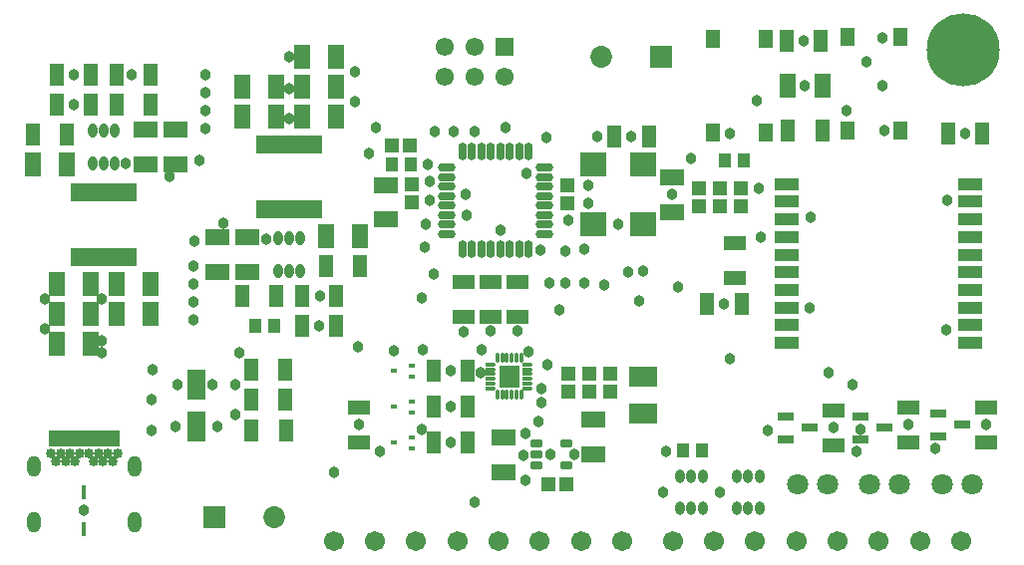
<source format=gts>
G04*
G04 #@! TF.GenerationSoftware,Altium Limited,Altium Designer,21.9.2 (33)*
G04*
G04 Layer_Color=8388736*
%FSLAX25Y25*%
%MOIN*%
G70*
G04*
G04 #@! TF.SameCoordinates,A0D018B4-DB31-4F92-A021-C5504D576F11*
G04*
G04*
G04 #@! TF.FilePolarity,Negative*
G04*
G01*
G75*
%ADD22R,0.06299X0.09843*%
%ADD26R,0.05118X0.06102*%
%ADD31R,0.07900X0.03900*%
%ADD45R,0.02300X0.01400*%
%ADD48R,0.04225X0.04658*%
%ADD49R,0.05052X0.07375*%
%ADD50R,0.04934X0.07493*%
%ADD51R,0.01587X0.04737*%
%ADD52R,0.01981X0.05524*%
%ADD53O,0.03162X0.04540*%
%ADD54R,0.04540X0.04658*%
%ADD55R,0.04658X0.04540*%
%ADD56R,0.05761X0.03123*%
%ADD57R,0.07375X0.05052*%
%ADD58R,0.05367X0.07965*%
%ADD59R,0.07965X0.05367*%
%ADD60O,0.02965X0.05918*%
%ADD61O,0.05918X0.02965*%
%ADD62R,0.08674X0.07887*%
%ADD63O,0.01587X0.03359*%
%ADD64O,0.03359X0.01587*%
%ADD65R,0.06863X0.07493*%
%ADD66R,0.09461X0.06706*%
G04:AMPARAMS|DCode=67|XSize=29.65mil|YSize=39.5mil|CornerRadius=5.95mil|HoleSize=0mil|Usage=FLASHONLY|Rotation=90.000|XOffset=0mil|YOffset=0mil|HoleType=Round|Shape=RoundedRectangle|*
%AMROUNDEDRECTD67*
21,1,0.02965,0.02760,0,0,90.0*
21,1,0.01776,0.03950,0,0,90.0*
1,1,0.01190,0.01380,0.00888*
1,1,0.01190,0.01380,-0.00888*
1,1,0.01190,-0.01380,-0.00888*
1,1,0.01190,-0.01380,0.00888*
%
%ADD67ROUNDEDRECTD67*%
%ADD68O,0.03162X0.04737*%
%ADD69R,0.22194X0.05997*%
%ADD70C,0.07099*%
%ADD71C,0.06700*%
%ADD72C,0.24422*%
%ADD73O,0.04737X0.07099*%
%ADD74C,0.03359*%
%ADD75R,0.07296X0.07296*%
%ADD76C,0.07296*%
%ADD77R,0.06102X0.06102*%
%ADD78C,0.06102*%
%ADD79C,0.03800*%
D22*
X61000Y64390D02*
D03*
Y50610D02*
D03*
D26*
X278642Y149350D02*
D03*
Y180650D02*
D03*
X296358Y149350D02*
D03*
Y180650D02*
D03*
X233642Y148850D02*
D03*
Y180150D02*
D03*
X251358Y148850D02*
D03*
Y180150D02*
D03*
D31*
X319709Y131575D02*
D03*
Y125669D02*
D03*
Y119764D02*
D03*
Y113858D02*
D03*
Y107953D02*
D03*
Y102047D02*
D03*
Y96142D02*
D03*
Y90236D02*
D03*
Y84331D02*
D03*
Y78425D02*
D03*
X258291D02*
D03*
Y84331D02*
D03*
Y90236D02*
D03*
Y96142D02*
D03*
Y102047D02*
D03*
Y107953D02*
D03*
Y113858D02*
D03*
Y119764D02*
D03*
Y125669D02*
D03*
Y131575D02*
D03*
D45*
X127000Y45000D02*
D03*
X133000Y46968D02*
D03*
Y43031D02*
D03*
X127000Y69000D02*
D03*
X133000Y70969D02*
D03*
Y67032D02*
D03*
X127000Y57000D02*
D03*
X133000Y58969D02*
D03*
Y55032D02*
D03*
D48*
X244150Y139500D02*
D03*
X237850D02*
D03*
X126350Y138000D02*
D03*
X132650D02*
D03*
X223850Y42500D02*
D03*
X230150D02*
D03*
X80850Y84000D02*
D03*
X87150D02*
D03*
D49*
X212189Y147500D02*
D03*
X200811D02*
D03*
X312311Y148500D02*
D03*
X323689D02*
D03*
X14311Y168000D02*
D03*
X25689D02*
D03*
X258311Y179500D02*
D03*
X269689D02*
D03*
X270189Y149500D02*
D03*
X258811D02*
D03*
X140311Y45000D02*
D03*
X151689D02*
D03*
X140311Y57000D02*
D03*
X151689D02*
D03*
X140311Y69000D02*
D03*
X151689D02*
D03*
X76311Y94000D02*
D03*
X87689D02*
D03*
X107689Y94000D02*
D03*
X96311D02*
D03*
X96311Y84000D02*
D03*
X107689D02*
D03*
X104311Y104000D02*
D03*
X115689D02*
D03*
X34311Y168000D02*
D03*
X45689D02*
D03*
Y158000D02*
D03*
X34311D02*
D03*
X14311Y158000D02*
D03*
X25689D02*
D03*
X17689Y148000D02*
D03*
X6311D02*
D03*
D50*
X231693Y91500D02*
D03*
X243307D02*
D03*
X91000Y49000D02*
D03*
X79386D02*
D03*
X90807Y59500D02*
D03*
X79193D02*
D03*
X90807Y69500D02*
D03*
X79193D02*
D03*
D51*
X23500Y28462D02*
D03*
Y16257D02*
D03*
D52*
X12673Y46494D02*
D03*
X14642D02*
D03*
X16610D02*
D03*
X18579D02*
D03*
X20547D02*
D03*
X22516D02*
D03*
X24484D02*
D03*
X26453D02*
D03*
X28421D02*
D03*
X30390D02*
D03*
X32358D02*
D03*
X34327D02*
D03*
D53*
X222760Y23087D02*
D03*
X226500D02*
D03*
X230240D02*
D03*
X222760Y33913D02*
D03*
X226500D02*
D03*
X230240D02*
D03*
X241760Y23087D02*
D03*
X245500D02*
D03*
X249240D02*
D03*
X241760Y33913D02*
D03*
X245500D02*
D03*
X249240D02*
D03*
D54*
X132512Y144500D02*
D03*
X126488D02*
D03*
X184652Y31060D02*
D03*
X178628D02*
D03*
D55*
X243000Y130012D02*
D03*
Y123988D02*
D03*
X236000Y130012D02*
D03*
Y123988D02*
D03*
X229000D02*
D03*
Y130012D02*
D03*
X133000Y125488D02*
D03*
Y131512D02*
D03*
X185000Y131012D02*
D03*
Y124988D02*
D03*
X199500Y61988D02*
D03*
Y68012D02*
D03*
X192500Y61988D02*
D03*
Y68012D02*
D03*
X185500Y61988D02*
D03*
Y68012D02*
D03*
D56*
X258142Y53740D02*
D03*
Y46260D02*
D03*
X265858Y50000D02*
D03*
X283142Y53740D02*
D03*
Y46260D02*
D03*
X290858Y50000D02*
D03*
X309142Y54740D02*
D03*
Y47260D02*
D03*
X316858Y51000D02*
D03*
D57*
X274000Y44311D02*
D03*
Y55689D02*
D03*
X299000Y45311D02*
D03*
Y56689D02*
D03*
X325000Y45311D02*
D03*
Y56689D02*
D03*
X241000Y111689D02*
D03*
Y100311D02*
D03*
X150500Y98689D02*
D03*
Y87311D02*
D03*
X159500Y98689D02*
D03*
Y87311D02*
D03*
X168500Y98689D02*
D03*
Y87311D02*
D03*
X115500Y45311D02*
D03*
Y56689D02*
D03*
D58*
X258693Y164500D02*
D03*
X270307D02*
D03*
X107807Y154000D02*
D03*
X96193D02*
D03*
X107807Y174000D02*
D03*
X96193D02*
D03*
X107807Y164000D02*
D03*
X96193D02*
D03*
X76193D02*
D03*
X87807D02*
D03*
X76193Y154000D02*
D03*
X87807D02*
D03*
X115807Y114000D02*
D03*
X104193D02*
D03*
X6193Y138000D02*
D03*
X17807D02*
D03*
X14193Y98000D02*
D03*
X25807D02*
D03*
X14193Y88000D02*
D03*
X25807D02*
D03*
X45807Y98000D02*
D03*
X34193D02*
D03*
X45807Y88000D02*
D03*
X34193D02*
D03*
X14193Y78000D02*
D03*
X25807D02*
D03*
D59*
X124500Y119693D02*
D03*
Y131307D02*
D03*
X220000Y133807D02*
D03*
Y122193D02*
D03*
X163640Y46867D02*
D03*
Y35253D02*
D03*
X193640Y41253D02*
D03*
Y52867D02*
D03*
X68000Y102193D02*
D03*
Y113807D02*
D03*
X78000Y102193D02*
D03*
Y113807D02*
D03*
X54000Y149807D02*
D03*
Y138193D02*
D03*
X44000Y149807D02*
D03*
Y138193D02*
D03*
D60*
X172024Y109661D02*
D03*
X168874D02*
D03*
X165724D02*
D03*
X162575D02*
D03*
X159425D02*
D03*
X156276D02*
D03*
X153126D02*
D03*
X149976D02*
D03*
Y142339D02*
D03*
X153126D02*
D03*
X156276D02*
D03*
X159425D02*
D03*
X162575D02*
D03*
X165724D02*
D03*
X168874D02*
D03*
X172024D02*
D03*
D61*
X144661Y114976D02*
D03*
Y118126D02*
D03*
Y121276D02*
D03*
Y124425D02*
D03*
Y127575D02*
D03*
Y130724D02*
D03*
Y133874D02*
D03*
Y137024D02*
D03*
X177339D02*
D03*
Y133874D02*
D03*
Y130724D02*
D03*
Y127575D02*
D03*
Y124425D02*
D03*
Y121276D02*
D03*
Y118126D02*
D03*
Y114976D02*
D03*
D62*
X210268Y118000D02*
D03*
Y138000D02*
D03*
X193732Y118000D02*
D03*
Y138000D02*
D03*
D63*
X161701Y61000D02*
D03*
X163276D02*
D03*
X164850D02*
D03*
X166425D02*
D03*
X168000D02*
D03*
X169575D02*
D03*
Y73402D02*
D03*
X168000D02*
D03*
X166425D02*
D03*
X164850D02*
D03*
X163276D02*
D03*
X161701D02*
D03*
D64*
X171839Y63264D02*
D03*
Y64839D02*
D03*
Y66413D02*
D03*
Y67988D02*
D03*
Y69563D02*
D03*
Y71138D02*
D03*
X159437D02*
D03*
Y69563D02*
D03*
Y67988D02*
D03*
Y66413D02*
D03*
Y64839D02*
D03*
Y63264D02*
D03*
D65*
X165638Y67201D02*
D03*
D66*
X210500Y54898D02*
D03*
Y67102D02*
D03*
D67*
X174620Y44800D02*
D03*
Y41060D02*
D03*
Y37320D02*
D03*
X184659D02*
D03*
Y44800D02*
D03*
D68*
X88260Y102488D02*
D03*
X92000D02*
D03*
X95740D02*
D03*
X88260Y113512D02*
D03*
X92000D02*
D03*
X95740D02*
D03*
X33740Y149512D02*
D03*
X30000D02*
D03*
X26260D02*
D03*
X33740Y138488D02*
D03*
X30000D02*
D03*
X26260D02*
D03*
D69*
X92000Y144701D02*
D03*
Y123299D02*
D03*
X30000Y107299D02*
D03*
Y128701D02*
D03*
D70*
X272000Y31000D02*
D03*
X262000D02*
D03*
X296000D02*
D03*
X286000D02*
D03*
X310500D02*
D03*
X320500D02*
D03*
D71*
X106882Y12000D02*
D03*
X120661D02*
D03*
X134441D02*
D03*
X148221D02*
D03*
X162000D02*
D03*
X175779D02*
D03*
X189559D02*
D03*
X203339D02*
D03*
X316677D02*
D03*
X302898D02*
D03*
X289118D02*
D03*
X275339D02*
D03*
X261559D02*
D03*
X247779D02*
D03*
X234000D02*
D03*
X220220D02*
D03*
D72*
X317500Y176500D02*
D03*
D73*
X6689Y18423D02*
D03*
X40311D02*
D03*
X6689Y37045D02*
D03*
X40311D02*
D03*
D74*
X32949Y38816D02*
D03*
X14051D02*
D03*
X29799D02*
D03*
X17201D02*
D03*
X26650D02*
D03*
X20350D02*
D03*
X34524Y41572D02*
D03*
X12476D02*
D03*
X31374D02*
D03*
X15626D02*
D03*
X28224D02*
D03*
X18776D02*
D03*
X25075D02*
D03*
X21925D02*
D03*
D75*
X216500Y174000D02*
D03*
X67000Y20000D02*
D03*
D76*
X196500Y174000D02*
D03*
X87000Y20000D02*
D03*
D77*
X164000Y177500D02*
D03*
D78*
X154000D02*
D03*
X144000D02*
D03*
X164000Y167500D02*
D03*
X154000D02*
D03*
X144000D02*
D03*
D79*
X239500Y73000D02*
D03*
X266000Y90000D02*
D03*
X222000Y97000D02*
D03*
X182500Y89450D02*
D03*
X237500Y91500D02*
D03*
X185500Y119500D02*
D03*
X68000Y50500D02*
D03*
X54000D02*
D03*
X54684Y64491D02*
D03*
X66500Y64500D02*
D03*
X74000Y54500D02*
D03*
Y64500D02*
D03*
X75269Y75046D02*
D03*
X60500Y112500D02*
D03*
X37500Y138500D02*
D03*
X226500Y140000D02*
D03*
X248864Y130012D02*
D03*
X239500Y148500D02*
D03*
X194971Y147432D02*
D03*
X206500Y147500D02*
D03*
X121000Y150500D02*
D03*
X118599Y141830D02*
D03*
X278500Y156000D02*
D03*
X290500Y164500D02*
D03*
X318000Y148500D02*
D03*
X285000Y172500D02*
D03*
X264000Y179500D02*
D03*
X290500Y180500D02*
D03*
X291000Y149500D02*
D03*
X168500Y82500D02*
D03*
X197500Y97650D02*
D03*
X179000Y98500D02*
D03*
X209000Y92500D02*
D03*
X176050Y109500D02*
D03*
X140700Y149000D02*
D03*
X151000Y128000D02*
D03*
X154000Y149000D02*
D03*
X45908Y59500D02*
D03*
X46000Y49000D02*
D03*
X46500Y69500D02*
D03*
X210500Y102500D02*
D03*
X205235Y102265D02*
D03*
X136836Y76164D02*
D03*
X236000Y28500D02*
D03*
X217000D02*
D03*
X23500Y22500D02*
D03*
X127000Y75889D02*
D03*
X122500Y42000D02*
D03*
X140500Y101500D02*
D03*
X115500Y51000D02*
D03*
X136500Y93500D02*
D03*
Y49500D02*
D03*
X159500Y82500D02*
D03*
X156500Y76000D02*
D03*
X150500Y82050D02*
D03*
X137500Y110500D02*
D03*
X272500Y68500D02*
D03*
X138500Y138000D02*
D03*
X137520Y118192D02*
D03*
X139000Y126000D02*
D03*
X151500Y121000D02*
D03*
X172000Y75500D02*
D03*
X171500Y135000D02*
D03*
X184500Y109000D02*
D03*
Y98500D02*
D03*
X190702Y98335D02*
D03*
X162609Y116013D02*
D03*
X164500Y150500D02*
D03*
X178000Y147000D02*
D03*
X280500Y64500D02*
D03*
X283000Y49621D02*
D03*
X190777Y109818D02*
D03*
X248500Y159500D02*
D03*
X249792Y113803D02*
D03*
X147000Y149000D02*
D03*
X29500Y79000D02*
D03*
Y75000D02*
D03*
X20000Y158000D02*
D03*
Y168000D02*
D03*
X102500Y94000D02*
D03*
X62000Y139500D02*
D03*
X84500Y113000D02*
D03*
X70000Y118500D02*
D03*
X52000Y134000D02*
D03*
X115000Y77000D02*
D03*
X102000Y84000D02*
D03*
X39500Y168000D02*
D03*
X29500Y93000D02*
D03*
X10500Y83000D02*
D03*
Y93000D02*
D03*
X114000Y159000D02*
D03*
Y169000D02*
D03*
X60000Y86000D02*
D03*
Y92000D02*
D03*
Y98000D02*
D03*
Y104000D02*
D03*
X64000Y150000D02*
D03*
Y156000D02*
D03*
Y162000D02*
D03*
Y168000D02*
D03*
X192000Y131000D02*
D03*
Y125000D02*
D03*
X139000Y132500D02*
D03*
X92000Y174000D02*
D03*
Y153500D02*
D03*
Y163500D02*
D03*
X264500Y164500D02*
D03*
X308000Y43000D02*
D03*
X281569Y42140D02*
D03*
X252000Y49000D02*
D03*
X218000Y42000D02*
D03*
X274000Y50000D02*
D03*
X299000Y51000D02*
D03*
X325000D02*
D03*
X107000Y35000D02*
D03*
X154000Y25000D02*
D03*
X266376Y120363D02*
D03*
X311756Y82735D02*
D03*
X312000Y126000D02*
D03*
X220000Y128000D02*
D03*
X202000Y118000D02*
D03*
X178500Y71000D02*
D03*
X165500Y67000D02*
D03*
X171000Y48000D02*
D03*
X175500Y52000D02*
D03*
X187500Y41000D02*
D03*
X179500D02*
D03*
X170460Y40858D02*
D03*
X176500Y63000D02*
D03*
Y58500D02*
D03*
X171000Y32500D02*
D03*
X156035Y68616D02*
D03*
X146000Y45000D02*
D03*
Y57000D02*
D03*
Y69000D02*
D03*
M02*

</source>
